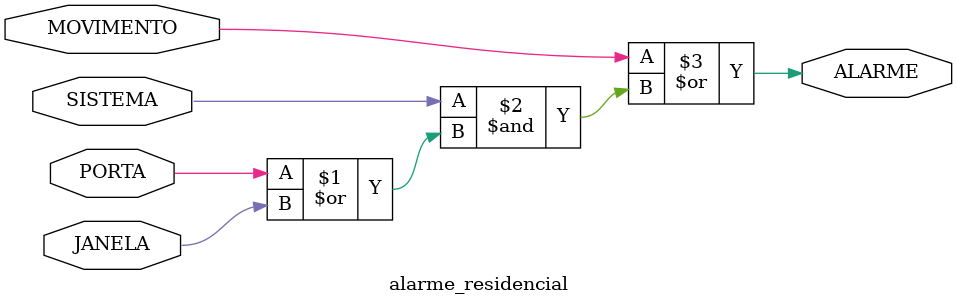
<source format=v>
module alarme_residencial(PORTA, JANELA, MOVIMENTO, SISTEMA, ALARME);

    input PORTA, JANELA, MOVIMENTO, SISTEMA;
    output ALARME;

    assign ALARME = MOVIMENTO | SISTEMA & (PORTA | JANELA);

endmodule
</source>
